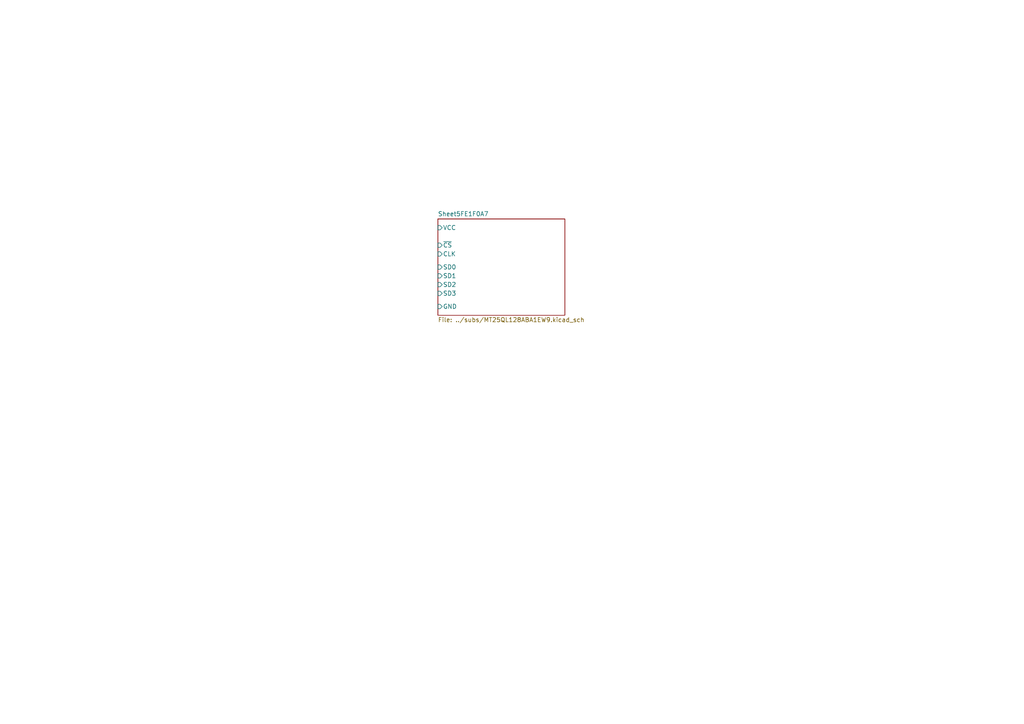
<source format=kicad_sch>
(kicad_sch (version 20211123) (generator eeschema)
  (paper "A4")
  (lib_symbols)
  (sheet (at 127 63.5) (size 36.83 27.94)
    (property "Sheet name" "Sheet5FE1F0A7" (at 127 62.7884 0) (effects (justify left bottom)))
    (property "Sheet file" "../subs/MT25QL128ABA1EW9.kicad_sch" (at 127 92.0246 0) (effects (justify left top)))
    (pin "VCC" input (at 127 66.04 180))
    (pin "~{CS}" input (at 127 71.12 180))
    (pin "CLK" input (at 127 73.66 180))
    (pin "SD0" input (at 127 77.47 180))
    (pin "SD1" input (at 127 80.01 180))
    (pin "SD2" input (at 127 82.55 180))
    (pin "SD3" input (at 127 85.09 180))
    (pin "GND" input (at 127 88.9 180))
  )
)
</source>
